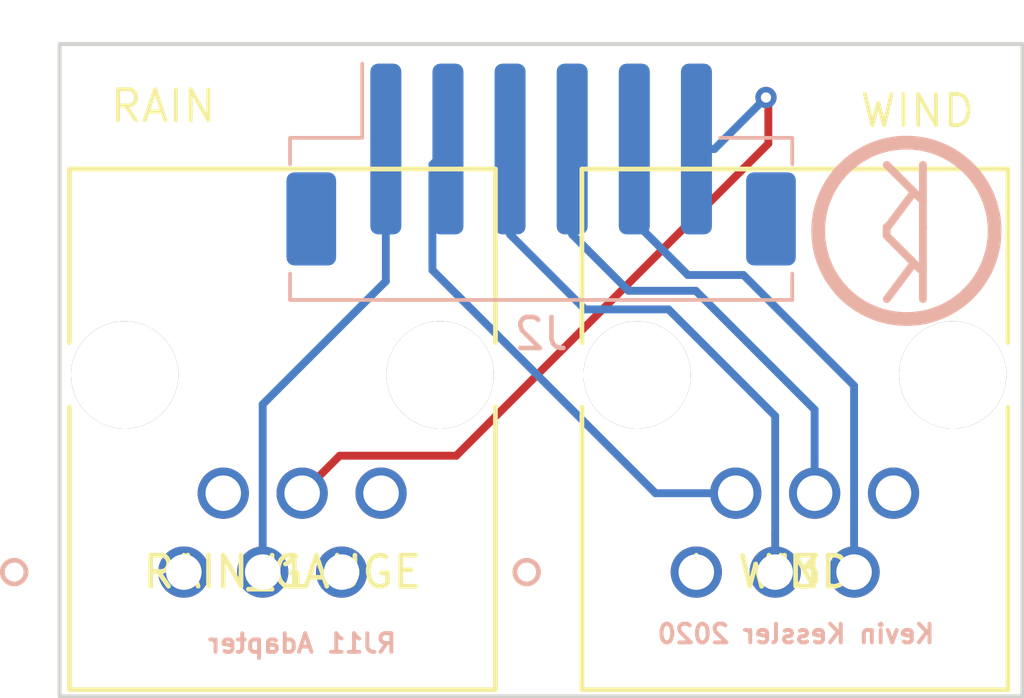
<source format=kicad_pcb>
(kicad_pcb (version 20171130) (host pcbnew "(5.1.5-0-10_14)")

  (general
    (thickness 1.6)
    (drawings 8)
    (tracks 33)
    (zones 0)
    (modules 4)
    (nets 7)
  )

  (page A4)
  (layers
    (0 F.Cu signal)
    (31 B.Cu signal)
    (32 B.Adhes user)
    (33 F.Adhes user)
    (34 B.Paste user)
    (35 F.Paste user)
    (36 B.SilkS user)
    (37 F.SilkS user)
    (38 B.Mask user)
    (39 F.Mask user)
    (40 Dwgs.User user)
    (41 Cmts.User user)
    (42 Eco1.User user)
    (43 Eco2.User user)
    (44 Edge.Cuts user)
    (45 Margin user)
    (46 B.CrtYd user)
    (47 F.CrtYd user)
    (48 B.Fab user)
    (49 F.Fab user)
  )

  (setup
    (last_trace_width 0.254)
    (user_trace_width 0.1524)
    (user_trace_width 0.2)
    (user_trace_width 0.25)
    (user_trace_width 0.3)
    (user_trace_width 0.4)
    (user_trace_width 0.5)
    (user_trace_width 0.6)
    (user_trace_width 0.8)
    (user_trace_width 1)
    (user_trace_width 1.2)
    (user_trace_width 1.5)
    (user_trace_width 2)
    (trace_clearance 0.254)
    (zone_clearance 0.1524)
    (zone_45_only no)
    (trace_min 0.1524)
    (via_size 0.6858)
    (via_drill 0.3302)
    (via_min_size 0.6858)
    (via_min_drill 0.3302)
    (uvia_size 0.508)
    (uvia_drill 0.127)
    (uvias_allowed no)
    (uvia_min_size 0.508)
    (uvia_min_drill 0.127)
    (edge_width 0.127)
    (segment_width 0.127)
    (pcb_text_width 0.127)
    (pcb_text_size 0.6 0.6)
    (mod_edge_width 0.127)
    (mod_text_size 0.6 0.6)
    (mod_text_width 0.127)
    (pad_size 1.524 1.524)
    (pad_drill 0.762)
    (pad_to_mask_clearance 0.05)
    (pad_to_paste_clearance -0.04)
    (aux_axis_origin 0 0)
    (visible_elements FFFFFF7F)
    (pcbplotparams
      (layerselection 0x010f0_ffffffff)
      (usegerberextensions false)
      (usegerberattributes false)
      (usegerberadvancedattributes false)
      (creategerberjobfile false)
      (excludeedgelayer true)
      (linewidth 0.127000)
      (plotframeref false)
      (viasonmask false)
      (mode 1)
      (useauxorigin false)
      (hpglpennumber 1)
      (hpglpenspeed 20)
      (hpglpendiameter 15.000000)
      (psnegative false)
      (psa4output false)
      (plotreference true)
      (plotvalue false)
      (plotinvisibletext false)
      (padsonsilk true)
      (subtractmaskfromsilk false)
      (outputformat 1)
      (mirror false)
      (drillshape 0)
      (scaleselection 1)
      (outputdirectory "CAM/"))
  )

  (net 0 "")
  (net 1 /RAIN_B)
  (net 2 /RAIN_A)
  (net 3 /VANE_A)
  (net 4 /ANEM_A)
  (net 5 /ANEM_B)
  (net 6 /VANE_B)

  (net_class Default "Dit is de standaard class."
    (clearance 0.254)
    (trace_width 0.254)
    (via_dia 0.6858)
    (via_drill 0.3302)
    (uvia_dia 0.508)
    (uvia_drill 0.127)
    (add_net /ANEM_A)
    (add_net /ANEM_B)
    (add_net /RAIN_A)
    (add_net /RAIN_B)
    (add_net /VANE_A)
    (add_net /VANE_B)
  )

  (net_class 0.2mm ""
    (clearance 0.2)
    (trace_width 0.2)
    (via_dia 0.6858)
    (via_drill 0.3302)
    (uvia_dia 0.508)
    (uvia_drill 0.127)
  )

  (net_class Minimal ""
    (clearance 0.1524)
    (trace_width 0.1524)
    (via_dia 0.6858)
    (via_drill 0.3302)
    (uvia_dia 0.508)
    (uvia_drill 0.127)
  )

  (module KevinLibrary:LogoBack (layer F.Cu) (tedit 5955D856) (tstamp 5F7072F5)
    (at 161.2646 50.0126)
    (fp_text reference REF** (at 0 5.207) (layer F.SilkS) hide
      (effects (font (size 1 1) (thickness 0.15)))
    )
    (fp_text value LogoBack (at 0 -4.318) (layer F.Fab) hide
      (effects (font (size 1 1) (thickness 0.15)))
    )
    (fp_text user K (at 0 1.27) (layer B.SilkS)
      (effects (font (size 2.032 2.032) (thickness 0.254)) (justify mirror))
    )
    (fp_text user K (at 0 -1.016) (layer B.SilkS)
      (effects (font (size 2.032 2.032) (thickness 0.254)) (justify mirror))
    )
    (fp_circle (center 0 0) (end 2.54 -1.27) (layer B.SilkS) (width 0.4445))
    (fp_line (start 0.531 -0.127) (end 0.531 0.127) (layer B.SilkS) (width 0.254))
    (fp_line (start -0.635 -0.127) (end -0.635 0.127) (layer B.SilkS) (width 0.254))
  )

  (module KevinLibrary:A-2014-1-4-N-T-R (layer F.Cu) (tedit 0) (tstamp 5F706E4B)
    (at 138 61)
    (path /5F701278)
    (fp_text reference J1 (at 3.175 0) (layer F.SilkS)
      (effects (font (size 1 1) (thickness 0.15)))
    )
    (fp_text value RAIN_GAUGE (at 3.175 0) (layer F.SilkS)
      (effects (font (size 1 1) (thickness 0.15)))
    )
    (fp_circle (center -5.461 0) (end -5.08 0) (layer B.SilkS) (width 0.1524))
    (fp_circle (center -5.461 0) (end -5.08 0) (layer F.SilkS) (width 0.1524))
    (fp_circle (center 0 -1.905) (end 0.381 -1.905) (layer F.Fab) (width 0.1524))
    (fp_line (start 10.2362 -13.104) (end -3.8862 -13.104) (layer F.CrtYd) (width 0.1524))
    (fp_line (start 10.2362 3.914) (end 10.2362 -13.104) (layer F.CrtYd) (width 0.1524))
    (fp_line (start -3.8862 3.914) (end 10.2362 3.914) (layer F.CrtYd) (width 0.1524))
    (fp_line (start -3.8862 -13.104) (end -3.8862 3.914) (layer F.CrtYd) (width 0.1524))
    (fp_line (start 10.033 -7.390225) (end 10.033 -12.976999) (layer F.SilkS) (width 0.1524))
    (fp_line (start -3.683 -5.309775) (end -3.683 3.787) (layer F.SilkS) (width 0.1524))
    (fp_line (start -3.556 -12.849999) (end -3.556 3.66) (layer F.Fab) (width 0.1524))
    (fp_line (start 9.906 -12.849999) (end -3.556 -12.849999) (layer F.Fab) (width 0.1524))
    (fp_line (start 9.906 3.66) (end 9.906 -12.849999) (layer F.Fab) (width 0.1524))
    (fp_line (start -3.556 3.66) (end 9.906 3.66) (layer F.Fab) (width 0.1524))
    (fp_line (start -3.683 -12.976999) (end -3.683 -7.390225) (layer F.SilkS) (width 0.1524))
    (fp_line (start 10.033 -12.976999) (end -3.683 -12.976999) (layer F.SilkS) (width 0.1524))
    (fp_line (start 10.033 3.787) (end 10.033 -5.309775) (layer F.SilkS) (width 0.1524))
    (fp_line (start -3.683 3.787) (end 10.033 3.787) (layer F.SilkS) (width 0.1524))
    (fp_text user * (at 0 0) (layer F.Fab)
      (effects (font (size 1 1) (thickness 0.15)))
    )
    (fp_text user * (at 0 0) (layer F.SilkS)
      (effects (font (size 1 1) (thickness 0.15)))
    )
    (fp_text user "Copyright 2016 Accelerated Designs. All rights reserved." (at 0 0) (layer Cmts.User)
      (effects (font (size 0.127 0.127) (thickness 0.002)))
    )
    (pad 8 thru_hole circle (at 8.255 -6.35 90) (size 3.4544 3.4544) (drill 3.4544) (layers *.Cu *.Mask))
    (pad 7 thru_hole circle (at -1.905 -6.35 90) (size 3.4544 3.4544) (drill 3.4544) (layers *.Cu *.Mask))
    (pad 6 thru_hole circle (at 6.35 -2.54) (size 1.651 1.651) (drill 1.143) (layers *.Cu *.Mask))
    (pad 5 thru_hole circle (at 5.08 0) (size 1.651 1.651) (drill 1.143) (layers *.Cu *.Mask))
    (pad 4 thru_hole circle (at 3.81 -2.54) (size 1.651 1.651) (drill 1.143) (layers *.Cu *.Mask)
      (net 1 /RAIN_B))
    (pad 3 thru_hole circle (at 2.54 0) (size 1.651 1.651) (drill 1.143) (layers *.Cu *.Mask)
      (net 2 /RAIN_A))
    (pad 2 thru_hole circle (at 1.27 -2.54) (size 1.651 1.651) (drill 1.143) (layers *.Cu *.Mask))
    (pad 1 thru_hole circle (at 0 0) (size 1.651 1.651) (drill 1.143) (layers *.Cu *.Mask))
  )

  (module Connector_JST:JST_PH_B6B-PH-SM4-TB_1x06-1MP_P2.00mm_Vertical (layer B.Cu) (tedit 5B78AD87) (tstamp 5F706E82)
    (at 149.5044 47.879)
    (descr "JST PH series connector, B6B-PH-SM4-TB (http://www.jst-mfg.com/product/pdf/eng/ePH.pdf), generated with kicad-footprint-generator")
    (tags "connector JST PH side entry")
    (path /5F702750)
    (attr smd)
    (fp_text reference J2 (at 0 5.45) (layer B.SilkS)
      (effects (font (size 1 1) (thickness 0.15)) (justify mirror))
    )
    (fp_text value WIND_RAIN (at 0 -4.45) (layer B.Fab)
      (effects (font (size 1 1) (thickness 0.15)) (justify mirror))
    )
    (fp_line (start -7.975 -0.75) (end 7.975 -0.75) (layer B.Fab) (width 0.1))
    (fp_line (start -8.085 -0.01) (end -8.085 -0.86) (layer B.SilkS) (width 0.12))
    (fp_line (start -8.085 -0.86) (end -5.76 -0.86) (layer B.SilkS) (width 0.12))
    (fp_line (start -5.76 -0.86) (end -5.76 -3.25) (layer B.SilkS) (width 0.12))
    (fp_line (start 8.085 -0.01) (end 8.085 -0.86) (layer B.SilkS) (width 0.12))
    (fp_line (start 8.085 -0.86) (end 5.76 -0.86) (layer B.SilkS) (width 0.12))
    (fp_line (start -8.085 3.51) (end -8.085 4.36) (layer B.SilkS) (width 0.12))
    (fp_line (start -8.085 4.36) (end 8.085 4.36) (layer B.SilkS) (width 0.12))
    (fp_line (start 8.085 4.36) (end 8.085 3.51) (layer B.SilkS) (width 0.12))
    (fp_line (start -7.975 4.25) (end 7.975 4.25) (layer B.Fab) (width 0.1))
    (fp_line (start -7.975 -0.75) (end -7.975 4.25) (layer B.Fab) (width 0.1))
    (fp_line (start 7.975 -0.75) (end 7.975 4.25) (layer B.Fab) (width 0.1))
    (fp_line (start -5.25 2.75) (end -5.25 2.25) (layer B.Fab) (width 0.1))
    (fp_line (start -5.25 2.25) (end -4.75 2.25) (layer B.Fab) (width 0.1))
    (fp_line (start -4.75 2.25) (end -4.75 2.75) (layer B.Fab) (width 0.1))
    (fp_line (start -4.75 2.75) (end -5.25 2.75) (layer B.Fab) (width 0.1))
    (fp_line (start -3.25 2.75) (end -3.25 2.25) (layer B.Fab) (width 0.1))
    (fp_line (start -3.25 2.25) (end -2.75 2.25) (layer B.Fab) (width 0.1))
    (fp_line (start -2.75 2.25) (end -2.75 2.75) (layer B.Fab) (width 0.1))
    (fp_line (start -2.75 2.75) (end -3.25 2.75) (layer B.Fab) (width 0.1))
    (fp_line (start -1.25 2.75) (end -1.25 2.25) (layer B.Fab) (width 0.1))
    (fp_line (start -1.25 2.25) (end -0.75 2.25) (layer B.Fab) (width 0.1))
    (fp_line (start -0.75 2.25) (end -0.75 2.75) (layer B.Fab) (width 0.1))
    (fp_line (start -0.75 2.75) (end -1.25 2.75) (layer B.Fab) (width 0.1))
    (fp_line (start 0.75 2.75) (end 0.75 2.25) (layer B.Fab) (width 0.1))
    (fp_line (start 0.75 2.25) (end 1.25 2.25) (layer B.Fab) (width 0.1))
    (fp_line (start 1.25 2.25) (end 1.25 2.75) (layer B.Fab) (width 0.1))
    (fp_line (start 1.25 2.75) (end 0.75 2.75) (layer B.Fab) (width 0.1))
    (fp_line (start 2.75 2.75) (end 2.75 2.25) (layer B.Fab) (width 0.1))
    (fp_line (start 2.75 2.25) (end 3.25 2.25) (layer B.Fab) (width 0.1))
    (fp_line (start 3.25 2.25) (end 3.25 2.75) (layer B.Fab) (width 0.1))
    (fp_line (start 3.25 2.75) (end 2.75 2.75) (layer B.Fab) (width 0.1))
    (fp_line (start 4.75 2.75) (end 4.75 2.25) (layer B.Fab) (width 0.1))
    (fp_line (start 4.75 2.25) (end 5.25 2.25) (layer B.Fab) (width 0.1))
    (fp_line (start 5.25 2.25) (end 5.25 2.75) (layer B.Fab) (width 0.1))
    (fp_line (start 5.25 2.75) (end 4.75 2.75) (layer B.Fab) (width 0.1))
    (fp_line (start -8.7 4.75) (end -8.7 -3.75) (layer B.CrtYd) (width 0.05))
    (fp_line (start -8.7 -3.75) (end 8.7 -3.75) (layer B.CrtYd) (width 0.05))
    (fp_line (start 8.7 -3.75) (end 8.7 4.75) (layer B.CrtYd) (width 0.05))
    (fp_line (start 8.7 4.75) (end -8.7 4.75) (layer B.CrtYd) (width 0.05))
    (fp_line (start -5.5 -0.75) (end -5 -0.042893) (layer B.Fab) (width 0.1))
    (fp_line (start -5 -0.042893) (end -4.5 -0.75) (layer B.Fab) (width 0.1))
    (fp_text user %R (at 0 1) (layer B.Fab)
      (effects (font (size 1 1) (thickness 0.15)) (justify mirror))
    )
    (pad 1 smd roundrect (at -5 -0.5) (size 1 5.5) (layers B.Cu B.Paste B.Mask) (roundrect_rratio 0.25)
      (net 2 /RAIN_A))
    (pad 2 smd roundrect (at -3 -0.5) (size 1 5.5) (layers B.Cu B.Paste B.Mask) (roundrect_rratio 0.25)
      (net 3 /VANE_A))
    (pad 3 smd roundrect (at -1 -0.5) (size 1 5.5) (layers B.Cu B.Paste B.Mask) (roundrect_rratio 0.25)
      (net 4 /ANEM_A))
    (pad 4 smd roundrect (at 1 -0.5) (size 1 5.5) (layers B.Cu B.Paste B.Mask) (roundrect_rratio 0.25)
      (net 5 /ANEM_B))
    (pad 5 smd roundrect (at 3 -0.5) (size 1 5.5) (layers B.Cu B.Paste B.Mask) (roundrect_rratio 0.25)
      (net 6 /VANE_B))
    (pad 6 smd roundrect (at 5 -0.5) (size 1 5.5) (layers B.Cu B.Paste B.Mask) (roundrect_rratio 0.25)
      (net 1 /RAIN_B))
    (pad MP smd roundrect (at -7.4 1.75) (size 1.6 3) (layers B.Cu B.Paste B.Mask) (roundrect_rratio 0.15625))
    (pad MP smd roundrect (at 7.4 1.75) (size 1.6 3) (layers B.Cu B.Paste B.Mask) (roundrect_rratio 0.15625))
    (model ${KISYS3DMOD}/Connector_JST.3dshapes/JST_PH_B6B-PH-SM4-TB_1x06-1MP_P2.00mm_Vertical.wrl
      (at (xyz 0 0 0))
      (scale (xyz 1 1 1))
      (rotate (xyz 0 0 0))
    )
  )

  (module KevinLibrary:A-2014-1-4-N-T-R (layer F.Cu) (tedit 0) (tstamp 5F706EA2)
    (at 154.5 61)
    (path /5F701C6E)
    (fp_text reference J3 (at 3.175 0) (layer F.SilkS)
      (effects (font (size 1 1) (thickness 0.15)))
    )
    (fp_text value WIND (at 3.175 0) (layer F.SilkS)
      (effects (font (size 1 1) (thickness 0.15)))
    )
    (fp_text user "Copyright 2016 Accelerated Designs. All rights reserved." (at 0 0) (layer Cmts.User)
      (effects (font (size 0.127 0.127) (thickness 0.002)))
    )
    (fp_text user * (at 0 0) (layer F.SilkS)
      (effects (font (size 1 1) (thickness 0.15)))
    )
    (fp_text user * (at 0 0) (layer F.Fab)
      (effects (font (size 1 1) (thickness 0.15)))
    )
    (fp_line (start -3.683 3.787) (end 10.033 3.787) (layer F.SilkS) (width 0.1524))
    (fp_line (start 10.033 3.787) (end 10.033 -5.309775) (layer F.SilkS) (width 0.1524))
    (fp_line (start 10.033 -12.976999) (end -3.683 -12.976999) (layer F.SilkS) (width 0.1524))
    (fp_line (start -3.683 -12.976999) (end -3.683 -7.390225) (layer F.SilkS) (width 0.1524))
    (fp_line (start -3.556 3.66) (end 9.906 3.66) (layer F.Fab) (width 0.1524))
    (fp_line (start 9.906 3.66) (end 9.906 -12.849999) (layer F.Fab) (width 0.1524))
    (fp_line (start 9.906 -12.849999) (end -3.556 -12.849999) (layer F.Fab) (width 0.1524))
    (fp_line (start -3.556 -12.849999) (end -3.556 3.66) (layer F.Fab) (width 0.1524))
    (fp_line (start -3.683 -5.309775) (end -3.683 3.787) (layer F.SilkS) (width 0.1524))
    (fp_line (start 10.033 -7.390225) (end 10.033 -12.976999) (layer F.SilkS) (width 0.1524))
    (fp_line (start -3.8862 -13.104) (end -3.8862 3.914) (layer F.CrtYd) (width 0.1524))
    (fp_line (start -3.8862 3.914) (end 10.2362 3.914) (layer F.CrtYd) (width 0.1524))
    (fp_line (start 10.2362 3.914) (end 10.2362 -13.104) (layer F.CrtYd) (width 0.1524))
    (fp_line (start 10.2362 -13.104) (end -3.8862 -13.104) (layer F.CrtYd) (width 0.1524))
    (fp_circle (center 0 -1.905) (end 0.381 -1.905) (layer F.Fab) (width 0.1524))
    (fp_circle (center -5.461 0) (end -5.08 0) (layer F.SilkS) (width 0.1524))
    (fp_circle (center -5.461 0) (end -5.08 0) (layer B.SilkS) (width 0.1524))
    (pad 1 thru_hole circle (at 0 0) (size 1.651 1.651) (drill 1.143) (layers *.Cu *.Mask))
    (pad 2 thru_hole circle (at 1.27 -2.54) (size 1.651 1.651) (drill 1.143) (layers *.Cu *.Mask)
      (net 3 /VANE_A))
    (pad 3 thru_hole circle (at 2.54 0) (size 1.651 1.651) (drill 1.143) (layers *.Cu *.Mask)
      (net 4 /ANEM_A))
    (pad 4 thru_hole circle (at 3.81 -2.54) (size 1.651 1.651) (drill 1.143) (layers *.Cu *.Mask)
      (net 5 /ANEM_B))
    (pad 5 thru_hole circle (at 5.08 0) (size 1.651 1.651) (drill 1.143) (layers *.Cu *.Mask)
      (net 6 /VANE_B))
    (pad 6 thru_hole circle (at 6.35 -2.54) (size 1.651 1.651) (drill 1.143) (layers *.Cu *.Mask))
    (pad 7 thru_hole circle (at -1.905 -6.35 90) (size 3.4544 3.4544) (drill 3.4544) (layers *.Cu *.Mask))
    (pad 8 thru_hole circle (at 8.255 -6.35 90) (size 3.4544 3.4544) (drill 3.4544) (layers *.Cu *.Mask))
  )

  (gr_text "RJ11 Adapter" (at 141.8082 63.2968) (layer B.SilkS)
    (effects (font (size 0.6 0.6) (thickness 0.127)) (justify mirror))
  )
  (gr_text "Kevin Kessler 2020" (at 157.7086 62.992) (layer B.SilkS)
    (effects (font (size 0.6 0.6) (thickness 0.127)) (justify mirror))
  )
  (gr_text WIND (at 161.6202 46.1518) (layer F.SilkS)
    (effects (font (size 1 1) (thickness 0.127)))
  )
  (gr_text RAIN (at 137.3378 45.9994) (layer F.SilkS)
    (effects (font (size 1 1) (thickness 0.127)))
  )
  (gr_line (start 165 65) (end 134 65) (layer Edge.Cuts) (width 0.127) (tstamp 5F707172))
  (gr_line (start 165 44) (end 165 65) (layer Edge.Cuts) (width 0.127))
  (gr_line (start 134 44) (end 165 44) (layer Edge.Cuts) (width 0.127))
  (gr_line (start 134 65) (end 134 44) (layer Edge.Cuts) (width 0.127))

  (segment (start 146.771639 57.253499) (end 156.8196 47.205538) (width 0.254) (layer F.Cu) (net 1))
  (segment (start 143.016501 57.253499) (end 146.771639 57.253499) (width 0.254) (layer F.Cu) (net 1))
  (segment (start 141.81 58.46) (end 143.016501 57.253499) (width 0.254) (layer F.Cu) (net 1))
  (via (at 156.7434 45.72) (size 0.6858) (drill 0.3302) (layers F.Cu B.Cu) (net 1))
  (segment (start 156.8196 45.7962) (end 156.7434 45.72) (width 0.254) (layer F.Cu) (net 1))
  (segment (start 156.8196 47.205538) (end 156.8196 45.7962) (width 0.254) (layer F.Cu) (net 1))
  (segment (start 155.0844 47.379) (end 154.5044 47.379) (width 0.254) (layer B.Cu) (net 1))
  (segment (start 156.7434 45.72) (end 155.0844 47.379) (width 0.254) (layer B.Cu) (net 1))
  (segment (start 140.54 61) (end 140.54 55.5988) (width 0.254) (layer B.Cu) (net 2))
  (segment (start 144.5044 51.6344) (end 144.5044 47.379) (width 0.254) (layer B.Cu) (net 2))
  (segment (start 140.54 55.5988) (end 144.5044 51.6344) (width 0.254) (layer B.Cu) (net 2))
  (segment (start 146.0044 51.279262) (end 153.185138 58.46) (width 0.254) (layer B.Cu) (net 3))
  (segment (start 146.0044 47.879) (end 146.0044 51.279262) (width 0.254) (layer B.Cu) (net 3))
  (segment (start 153.185138 58.46) (end 155.77 58.46) (width 0.254) (layer B.Cu) (net 3))
  (segment (start 146.5044 47.379) (end 146.0044 47.879) (width 0.254) (layer B.Cu) (net 3))
  (segment (start 157.04 55.974862) (end 157.04 59.832567) (width 0.254) (layer B.Cu) (net 4))
  (segment (start 153.606937 52.541799) (end 157.04 55.974862) (width 0.254) (layer B.Cu) (net 4))
  (segment (start 150.917199 52.541799) (end 153.606937 52.541799) (width 0.254) (layer B.Cu) (net 4))
  (segment (start 157.04 59.832567) (end 157.04 61) (width 0.254) (layer B.Cu) (net 4))
  (segment (start 148.5044 50.129) (end 150.917199 52.541799) (width 0.254) (layer B.Cu) (net 4))
  (segment (start 148.5044 47.379) (end 148.5044 50.129) (width 0.254) (layer B.Cu) (net 4))
  (segment (start 152.318411 51.943011) (end 154.482811 51.943011) (width 0.254) (layer B.Cu) (net 5))
  (segment (start 158.31 57.292567) (end 158.31 58.46) (width 0.254) (layer B.Cu) (net 5))
  (segment (start 154.482811 51.943011) (end 158.31 55.7702) (width 0.254) (layer B.Cu) (net 5))
  (segment (start 150.5044 50.129) (end 152.318411 51.943011) (width 0.254) (layer B.Cu) (net 5))
  (segment (start 150.5044 47.379) (end 150.5044 50.129) (width 0.254) (layer B.Cu) (net 5))
  (segment (start 158.31 55.7702) (end 158.31 57.292567) (width 0.254) (layer B.Cu) (net 5))
  (segment (start 152.5044 47.379) (end 152.5044 49.7106) (width 0.254) (layer B.Cu) (net 6))
  (segment (start 152.5044 49.7106) (end 154.2288 51.435) (width 0.254) (layer B.Cu) (net 6))
  (segment (start 159.58 59.832567) (end 159.58 61) (width 0.254) (layer B.Cu) (net 6))
  (segment (start 159.58 54.996986) (end 159.58 59.832567) (width 0.254) (layer B.Cu) (net 6))
  (segment (start 156.018014 51.435) (end 159.58 54.996986) (width 0.254) (layer B.Cu) (net 6))
  (segment (start 154.2288 51.435) (end 156.018014 51.435) (width 0.254) (layer B.Cu) (net 6))

)

</source>
